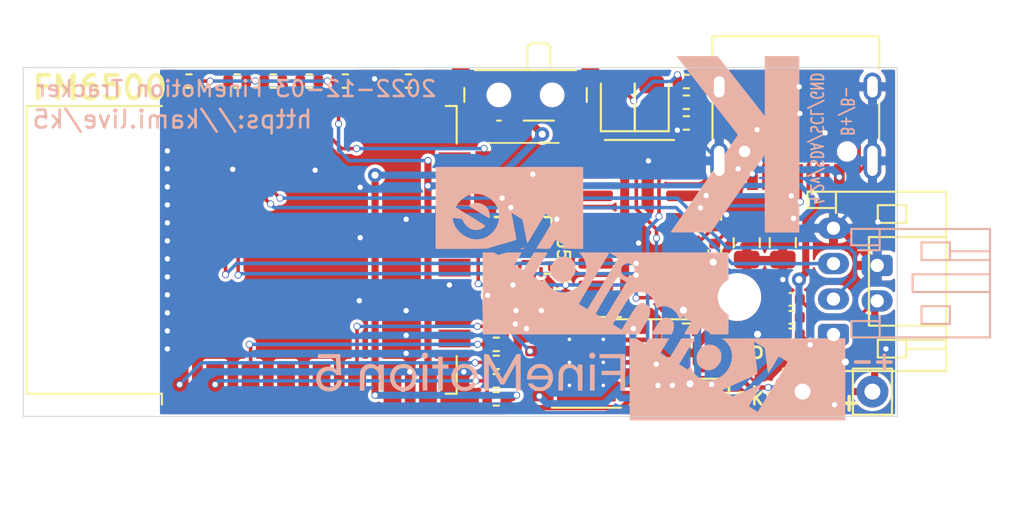
<source format=kicad_pcb>
(kicad_pcb (version 20211014) (generator pcbnew)
  (layers (0 "F.Cu" signal) (31 "B.Cu" signal) (34 "B.Paste" user) (35 "F.Paste" user) (36 "B.SilkS" user "B.Silkscreen") (37 "F.SilkS" user "F.Silkscreen") (38 "B.Mask" user) (39 "F.Mask" user) (44 "Edge.Cuts" user))
  (net 0 "")
  (net 1 "GND")
  (net 2 "Net-(D1-Pad1)")
  (net 3 "Net-(D1-Pad2)")
  (net 4 "Net-(D2-Pad1)")
  (net 5 "Net-(R2-Pad2)")
  (net 6 "Net-(D2-Pad2)")
  (net 7 "Net-(R4-Pad1)")
  (net 12 "+3V3")
  (net 13 "Net-(R8-Pad2)")
  (net 15 "BATT+")
  (net 16 "Net-(R9-Pad2)")
  (net 17 "Net-(R10-Pad2)")
  (net 18 "Net-(R15-Pad1)")
  (net 19 "Net-(C7-Pad1)")
  (net 20 "UART_ESP+")
  (net 21 "UART_ESP-")
  (net 22 "Net-(R17-Pad2)")
  (net 32 "SDA")
  (net 33 "SCL")
  (net 34 "ADC")
  (net 35 "AUX_SDA")
  (net 36 "AUX_SCL")
  (net 37 "VBUS")
  (net 38 "Net-(P1-PadA5)")
  (net 39 "Net-(P1-PadA7)")
  (net 41 "Net-(P1-PadA6)")
  (net 46 "Net-(C14-Pad1)")
  (net 47 "VBAT")
  (footprint "LED_SMD:LED_0805_2012Metric" (layer "F.Cu") (at 124.333 57.658 90)
    (fp_text reference "D2")
    (fp_text value "LED_STDBY")
  )
  (footprint "Button_Switch_SMD:SW_SPDT_PCM12" (layer "F.Cu") (at 119.126 57.625 180)
    (fp_text reference "SW3")
    (fp_text value "SW_SPDT MAIN POWER")
  )
  (footprint "LED_SMD:LED_0805_2012Metric" (layer "F.Cu") (at 126.238 57.658 90)
    (fp_text reference "D1")
    (fp_text value "LED_CHRG")
  )
  (footprint "Resistor_SMD:R_0402_1005Metric" (layer "F.Cu") (at 128.1938 56.5404 180)
    (fp_text reference "R1")
    (fp_text value "470R")
  )
  (footprint "Resistor_SMD:R_0402_1005Metric" (layer "F.Cu") (at 128.1918 57.7088 180)
    (fp_text reference "R6")
    (fp_text value "470R")
  )
  (footprint "Resistor_SMD:R_0402_1005Metric" (layer "F.Cu") (at 117.475 72.39 180)
    (fp_text reference "R8")
    (fp_text value "10K")
  )
  (footprint "Resistor_SMD:R_0402_1005Metric" (layer "F.Cu") (at 106.934 56.515 180)
    (fp_text reference "R9")
    (fp_text value "10K")
  )
  (footprint "Resistor_SMD:R_0402_1005Metric" (layer "F.Cu") (at 108.966 56.515)
    (fp_text reference "R10")
    (fp_text value "10K")
  )
  (footprint "Resistor_SMD:R_0402_1005Metric" (layer "F.Cu") (at 117.473 74.4474 180)
    (fp_text reference "R13")
    (fp_text value "47K")
  )
  (footprint "Resistor_SMD:R_0402_1005Metric" (layer "F.Cu") (at 117.473 73.4314 180)
    (fp_text reference "R14")
    (fp_text value "12K")
  )
  (footprint "Resistor_SMD:R_0402_1005Metric" (layer "F.Cu") (at 112.522 56.515)
    (fp_text reference "R15")
    (fp_text value "10k")
  )
  (footprint "Resistor_SMD:R_0402_1005Metric" (layer "F.Cu") (at 117.475 70.358 180)
    (fp_text reference "R17")
    (fp_text value "10K")
  )
  (footprint "Package_SO:SOIC-16_3.9x9.9mm_P1.27mm" (layer "F.Cu") (at 125.5522 64.897 180)
    (fp_text reference "U7")
    (fp_text value "CH340C")
  )
  (footprint "Connector_JST:JST_PH_S4B-PH-K_1x04_P2.00mm_Horizontal" (layer "F.Cu") (at 136.488 70.818 90)
    (fp_text reference "J2")
    (fp_text value "Conn_01x04_Female")
  )
  (footprint "Connector_USB:USB_C_Receptacle_HRO_TYPE-C-31-M-12" (layer "F.Cu") (at 134.366 57.8866 180)
    (fp_text reference "P1")
    (fp_text value "USB_C_Plug_USB2.0")
  )
  (footprint "Resistor_SMD:R_0402_1005Metric" (layer "F.Cu") (at 128.1938 58.8772 180)
    (fp_text reference "R19")
    (fp_text value "5.1K")
  )
  (footprint "Resistor_SMD:R_0402_1005Metric" (layer "F.Cu") (at 102.87 56.515 180)
    (fp_text reference "R12")
    (fp_text value "2.2K")
  )
  (footprint "Package_SO:HSOP-8-1EP_3.9x4.9mm_P1.27mm_EP2.41x3.1mm_ThermalVias" (layer "F.Cu") (at 122.555 72.39)
    (fp_text reference "U2")
    (fp_text value "TP4056")
  )
  (footprint "Resistor_SMD:R_0402_1005Metric" (layer "F.Cu") (at 100.1502 56.515 180)
    (fp_text reference "R5")
    (fp_text value "10K")
  )
  (footprint "RF_Module:ESP-12E" (layer "F.Cu") (at 103.124 66.04 90)
    (fp_text reference "U6")
    (fp_text value "ESP-12F")
  )
  (footprint "Resistor_SMD:R_0402_1005Metric" (layer "F.Cu") (at 104.902 56.515)
    (fp_text reference "R11")
    (fp_text value "2.2K")
  )
  (footprint "Capacitor_SMD:C_0805_2012Metric" (layer "F.Cu") (at 131.5974 65.6336 -90)
    (fp_text reference "C19")
    (fp_text value "47uF")
  )
  (footprint "Capacitor_SMD:C_0805_2012Metric" (layer "F.Cu") (at 133.6294 65.6336 -90)
    (fp_text reference "C20")
    (fp_text value "47uF")
  )
  (footprint "Capacitor_SMD:C_0402_1005Metric" (layer "F.Cu") (at 129.794 66.167 90)
    (fp_text reference "C21")
    (fp_text value "0.1uF")
  )
  (footprint "Capacitor_SMD:C_0402_1005Metric" (layer "F.Cu") (at 120.904 68.58)
    (fp_text reference "C2")
    (fp_text value "0.1uF")
  )
  (footprint "MountingHole:MountingHole_2.2mm_M2_DIN965" (layer "F.Cu") (at 131.064 68.707)
    (fp_text reference "REF**")
    (fp_text value "MountingHole_2.2mm_M2_DIN965")
  )
  (footprint "Capacitor_SMD:C_0402_1005Metric" (layer "F.Cu") (at 134.112 69.85 180)
    (fp_text reference "C13")
    (fp_text value "10uF")
  )
  (footprint "Capacitor_SMD:C_0402_1005Metric" (layer "F.Cu") (at 119.253 68.961 -90)
    (fp_text reference "C7")
    (fp_text value "0.1uF")
  )
  (footprint "Package_TO_SOT_SMD:SOT-23-5" (layer "F.Cu") (at 128.778 71.755 180)
    (fp_text reference "U1")
    (fp_text value "ME6211C")
  )
  (footprint "Sensor_Motion:InvenSense_QFN-24_3x3mm_P0.4mm" (layer "F.Cu") (at 118.999 65.786)
    (fp_text reference "U9")
    (fp_text value "MPU-9250")
  )
  (footprint "Capacitor_SMD:C_0402_1005Metric" (layer "F.Cu") (at 120.904 69.469)
    (fp_text reference "C15")
    (fp_text value "0.1uF")
  )
  (footprint "Resistor_SMD:R_0402_1005Metric" (layer "F.Cu") (at 117.475 69.342)
    (fp_text reference "R4")
    (fp_text value "2.4K")
  )
  (footprint "Resistor_SMD:R_0402_1005Metric" (layer "F.Cu") (at 117.475 71.374 180)
    (fp_text reference "R2")
    (fp_text value "10K")
  )
  (footprint "Capacitor_SMD:C_0402_1005Metric" (layer "F.Cu") (at 129.794 64.234 90)
    (fp_text reference "C14")
    (fp_text value "0.1uF")
  )
  (footprint "Capacitor_SMD:C_0402_1005Metric" (layer "F.Cu") (at 134.112 70.8406 180)
    (fp_text reference "C1")
    (fp_text value "10uF")
  )
  (footprint "Capacitor_SMD:C_0402_1005Metric" (layer "F.Cu") (at 134.112 68.834 180)
    (fp_text reference "C10")
    (fp_text value "10uF")
  )
  (footprint "Capacitor_SMD:C_0402_1005Metric" (layer "F.Cu") (at 131.81 72.77)
    (fp_text reference "C5")
    (fp_text value "10uF")
  )
  (footprint "Connector_Pin:Pin_D0.9mm_L10.0mm_W2.4mm_FlatFork" (layer "F.Cu") (at 134.747 74.041 90)
    (fp_text reference "TP2")
    (fp_text value "Batt-")
  )
  (footprint "Connector_Pin:Pin_D0.9mm_L10.0mm_W2.4mm_FlatFork" (layer "F.Cu") (at 138.684 74.041 -90)
    (fp_text reference "TP1")
    (fp_text value "Batt+")
  )
  (footprint "mod_legacy:TS-1088R" (layer "F.Cu") (at 119.0498 61.468)
    (fp_text reference "SW1")
    (fp_text value "Option/FLASH Switch" hide)
  )
  (footprint "Connector_JST:JST_PH_S2B-PH-K_1x02_P2.00mm_Horizontal" (layer "B.Cu") (at 138.9518 66.9196 -90)
    (fp_text reference "J1")
    (fp_text value "Conn_01x02_Female")
  )
  (footprint "kamilib:FineMotion_18mm" (layer "B.Cu") (at 116.078 72.898 180)
    (fp_text reference "G***")
    (fp_text value "LOGO" hide)
  )
  (footprint "kamilib:kamilake_1100dpi" (layer "B.Cu") (at 125.603001 65.056328 180)
    (fp_text reference "G***" hide)
    (fp_text value "LOGO" hide)
  )
  (gr_line (start 90.805 55.753) (end 140.081 55.753) (layer "Edge.Cuts") (width 0.05))
  (gr_line (start 140.081 55.753) (end 140.081 75.438) (layer "Edge.Cuts") (width 0.05))
  (gr_line (start 140.081 75.438) (end 90.805 75.438) (layer "Edge.Cuts") (width 0.05))
  (gr_line (start 90.805 75.438) (end 90.805 55.753) (layer "Edge.Cuts") (width 0.05))
  (gr_text "https://kami.live/k5" (at 99.2124 58.674) (layer "B.SilkS") (effects (font (size 1 1)) (justify mirror)))
  (gr_text "4.2v/SDA/SCL/GND" (at 135.5344 59.7662 270) (layer "B.SilkS") (effects (font (size 0.7 0.5) (thickness 0.1)) (justify mirror)))
  (gr_text "B+/B-" (at 137.2616 58.2168 270) (layer "B.SilkS") (effects (font (size 0.7 0.5) (thickness 0.1)) (justify mirror)))
  (gr_text "2022-12-03 FineMotion Tracker" (at 102.8192 56.9468) (layer "B.SilkS") (effects (font (size 0.9 0.9) (thickness 0.14)) (justify mirror)))
  (gr_text "-+" (at 138.7348 72.4408 180) (layer "B.SilkS") (effects (font (size 1 1) (thickness 0.2)) (justify mirror)))
  (gr_text "v5b" (at 132.207 71.6788) (layer "F.SilkS") (effects (font (size 1 1))))
  (gr_text "-+" (at 136.7536 74.6252) (layer "F.SilkS") (effects (font (size 1 1) (thickness 0.2))))
  (gr_text "Kamilake" (at 130.048 74.295) (layer "F.SilkS") (effects (font (size 1 1))))
  (gr_text "FM6500" (at 95.123 56.896) (layer "F.SilkS") (effects (font (size 1.3 1.3) (thickness 0.25))))
  (gr_text "MPU6500" (at 121.2596 65.532 270) (layer "F.SilkS") (effects (font (size 0.7 0.7) (thickness 0.12))))
  (segment (start 127.6838 58.8772) (end 127.6838 59.2816) (width 0.5) (layer "F.Cu") (net 1))
  (segment (start 120.499 64.3142) (end 120.8857 64.3142) (width 0.2) (layer "F.Cu") (net 1))
  (segment (start 129.794 65.687) (end 130.42048 65.06052) (width 0.2) (layer "F.Cu") (net 1))
  (segment (start 120.499 64.3142) (end 120.499 64.016705) (width 0.2) (layer "F.Cu") (net 1))
  (segment (start 130.201 61.0166) (end 130.8328 61.6484) (width 0.2) (layer "F.Cu") (net 1))
  (segment (start 113.624 58.44) (end 113.624 57.107) (width 0.2) (layer "F.Cu") (net 1))
  (segment (start 120.1166 61.468) (end 119.8372 61.468) (width 0.2) (layer "F.Cu") (net 1))
  (segment (start 120.424 68.58) (end 120.424 69.469) (width 0.5) (layer "F.Cu") (net 1))
  (segment (start 130.683 63.752) (end 130.5072 63.752) (width 0.2) (layer "F.Cu") (net 1))
  (segment (start 131.116 61.9316) (end 129.794 63.2536) (width 0.2) (layer "F.Cu") (net 1))
  (segment (start 112.395 69.469) (end 112.395 70.866) (width 0.4) (layer "F.Cu") (net 1))
  (segment (start 137.930521 60.207203) (end 137.159318 59.436) (width 0.2) (layer "F.Cu") (net 1))
  (segment (start 129.9155 71.755) (end 131.257 71.755) (width 0.5) (layer "F.Cu") (net 1))
  (segment (start 130.683 63.752) (end 130.683 62.3646) (width 0.2) (layer "F.Cu") (net 1))
  (segment (start 133.5278 70.9448) (end 133.632 70.8406) (width 0.4) (layer "F.Cu") (net 1))
  (segment (start 136.8502 64.818) (end 138.9518 66.9196) (width 0.4) (layer "F.Cu") (net 1))
  (segment (start 137.616 61.9316) (end 137.930521 61.617079) (width 0.2) (layer "F.Cu") (net 1))
  (segment (start 119.004225 66.71148) (end 119.393775 66.71148) (width 0.2) (layer "F.Cu") (net 1))
  (segment (start 130.046 56.8366) (end 134.5524 56.8366) (width 0.2) (layer "F.Cu") (net 1))
  (segment (start 112.5982 72.0852) (end 112.395 71.882) (width 0.2) (layer "F.Cu") (net 1))
  (segment (start 134.5524 56.8366) (end 138.686 56.8366) (width 0.2) (layer "F.Cu") (net 1))
  (segment (start 131.451 71.561) (end 132.207 70.805) (width 0.5) (layer "F.Cu") (net 1))
  (segment (start 118.799 66.916705) (end 119.004225 66.71148) (width 0.2) (layer "F.Cu") (net 1))
  (segment (start 112.395 62.485) (end 112.395 64.3128) (width 0.4) (layer "F.Cu") (net 1))
  (segment (start 119.253 69.833) (end 119.905 70.485) (width 0.4) (layer "F.Cu") (net 1))
  (segment (start 119.599 67.286) (end 119.599 67.755) (width 0.2) (layer "F.Cu") (net 1))
  (segment (start 119.589859 73.025) (end 118.78048 72.215621) (width 0.25) (layer "F.Cu") (net 1))
  (segment (start 119.8372 61.468) (end 119.5324 61.7728) (width 0.2) (layer "F.Cu") (net 1))
  (segment (start 132.29 72.4) (end 131.451 71.561) (width 0.4) (layer "F.Cu") (net 1))
  (segment (start 112.395 70.866) (end 112.395 71.882) (width 0.4) (layer "F.Cu") (net 1))
  (segment (start 119.599 67.755) (end 120.424 68.58) (width 0.2) (layer "F.Cu") (net 1))
  (segment (start 127.6838 59.2816) (end 127.6858 59.2836) (width 0.5) (layer "F.Cu") (net 1))
  (segment (start 136.488 64.818) (end 136.8502 64.818) (width 0.4) (layer "F.Cu") (net 1))
  (segment (start 119.1768 70.485) (end 119.905 70.485) (width 0.25) (layer "F.Cu") (net 1))
  (segment (start 133.5278 72.0344) (end 133.0256 72.0344) (width 0.4) (layer "F.Cu") (net 1))
  (segment (start 119.892 61.468) (end 120.1166 61.468) (width 0.2) (layer "F.Cu") (net 1))
  (segment (start 118.799 67.286) (end 118.799 66.916705) (width 0.2) (layer "F.Cu") (net 1))
  (segment (start 131.257 71.755) (end 131.451 71.561) (width 0.5) (layer "F.Cu") (net 1))
  (segment (start 130.5072 64.006) (end 130.4544 64.0588) (width 0.25) (layer "F.Cu") (net 1))
  (segment (start 138.531 61.0166) (end 137.616 61.9316) (width 0.2) (layer "F.Cu") (net 1))
  (segment (start 130.046 61.0166) (end 130.201 61.0166) (width 0.2) (layer "F.Cu") (net 1))
  (segment (start 128.7171 70.1294) (end 128.0272 69.4395) (width 0.25) (layer "F.Cu") (net 1))
  (segment (start 136.7 64.818) (end 138.811 66.929) (width 0.2) (layer "F.Cu") (net 1))
  (segment (start 136.8298 72.0344) (end 133.5278 72.0344) (width 0.4) (layer "F.Cu") (net 1))
  (segment (start 119.1514 70.485) (end 119.1768 70.485) (width 0.25) (layer "F.Cu") (net 1))
  (segment (start 137.616 61.9316) (end 137.59448 61.95312) (width 0.4) (layer "F.Cu") (net 1))
  (segment (start 132.207 70.805) (end 131.249072 70.805) (width 0.25) (layer "F.Cu") (net 1))
  (segment (start 119.393775 66.71148) (end 119.599 66.916705) (width 0.2) (layer "F.Cu") (net 1))
  (segment (start 130.5072 63.752) (end 130.5072 64.006) (width 0.25) (layer "F.Cu") (net 1))
  (segment (start 130.573472 70.1294) (end 128.7171 70.1294) (width 0.25) (layer "F.Cu") (net 1))
  (segment (start 112.5982 72.9234) (end 112.5982 72.0852) (width 0.2) (layer "F.Cu") (net 1))
  (segment (start 112.395 64.3128) (end 112.395 69.469) (width 0.4) (layer "F.Cu") (net 1))
  (segment (start 119.599 66.916705) (end 119.599 67.286) (width 0.2) (layer "F.Cu") (net 1))
  (segment (start 120.015 69.469) (end 120.424 69.469) (width 0.5) (layer "F.Cu") (net 1))
  (segment (start 130.42048 65.06052) (end 130.42048 64.38048) (width 0.2) (layer "F.Cu") (net 1))
  (segment (start 113.624 58.44) (end 113.624 59.19) (width 0.4) (layer "F.Cu") (net 1))
  (segment (start 137.159318 59.436) (end 136.017 59.436) (width 0.2) (layer "F.Cu") (net 1))
  (segment (start 120.499 64.786) (end 120.499 64.3142) (width 0.2) (layer "F.Cu") (net 1))
  (segment (start 137.16 72.3646) (end 136.8298 72.0344) (width 0.4) (layer "F.Cu") (net 1))
  (segment (start 119.905 70.485) (end 120.995 70.485) (width 0.4) (layer "F.Cu") (net 1))
  (segment (start 133.5278 72.0344) (end 133.5278 70.9448) (width 0.4) (layer "F.Cu") (net 1))
  (segment (start 119.4986 73.4314) (end 119.905 73.025) (width 0.2) (layer "F.Cu") (net 1))
  (segment (start 117.983 73.4314) (end 119.4986 73.4314) (width 0.2) (layer "F.Cu") (net 1))
  (segment (start 133.0256 72.0344) (end 132.29 72.77) (width 0.4) (layer "F.Cu") (net 1))
  (segment (start 113.624 59.19) (end 112.395 60.419) (width 0.4) (layer "F.Cu") (net 1))
  (segment (start 130.683 62.3646) (end 131.116 61.9316) (width 0.2) (layer "F.Cu") (net 1))
  (segment (start 136.488 64.818) (end 136.7 64.818) (width 0.2) (layer "F.Cu") (net 1))
  (segment (start 130.5072 63.752) (end 129.796 63.752) (width 0.2) (layer "F.Cu") (net 1))
  (segment (start 130.8328 61.6484) (end 131.116 61.9316) (width 0.2) (layer "F.Cu") (net 1))
  (segment (start 119.905 69.988) (end 120.424 69.469) (width 0.4) (layer "F.Cu") (net 1))
  (segment (start 133.632 70.8406) (end 133.632 67.7138) (width 0.4) (layer "F.Cu") (net 1))
  (segment (start 112.395 60.419) (end 112.395 62.485) (width 0.4) (layer "F.Cu") (net 1))
  (segment (start 120.1166 61.468) (end 121.2748 61.468) (width 0.2) (layer "F.Cu") (net 1))
  (segment (start 120.499 64.016705) (end 120.193775 63.71148) (width 0.2) (layer "F.Cu") (net 1))
  (segment (start 119.253 69.441) (end 119.253 69.833) (width 0.4) (layer "F.Cu") (net 1))
  (segment (start 113.624 57.107) (end 113.032 56.515) (width 0.2) (layer "F.Cu") (net 1))
  (segment (start 120.193775 63.71148) (end 119.80352 63.71148) (width 0.2) (layer "F.Cu") (net 1))
  (segment (start 119.599 63.916) (end 119.599 64.286) (width 0.2) (layer "F.Cu") (net 1))
  (segment (start 119.905 70.485) (end 119.905 69.988) (width 0.4) (layer "F.Cu") (net 1))
  (segment (start 119.154 69.342) (end 119.253 69.441) (width 0.4) (layer "F.Cu") (net 1))
  (segment (start 129.796 63.752) (end 129.794 63.754) (width 0.2) (layer "F.Cu") (net 1))
  (segment (start 117.985 69.342) (end 119.154 69.342) (width 0.4) (layer "F.Cu") (net 1))
  (segment (start 133.632 68.834) (end 133.632 66.51) (width 0.2) (layer "F.Cu") (net 1))
  (segment (start 129.794 63.2536) (end 129.794 63.754) (width 0.2) (layer "F.Cu") (net 1))
  (segment (start 131.249072 70.805) (end 130.573472 70.1294) (width 0.25) (layer "F.Cu") (net 1))
  (segment (start 129.794 63.754) (end 129.80093 63.754) (width 0.25) (layer "F.Cu") (net 1))
  (segment (start 137.930521 61.617079) (end 137.930521 60.207203) (width 0.2) (layer "F.Cu") (net 1))
  (segment (start 118.78048 70.85592) (end 119.1514 70.485) (width 0.25) (layer "F.Cu") (net 1))
  (segment (start 133.632 67.818) (end 133.632 68.834) (width 0.2) (layer "F.Cu") (net 1))
  (segment (start 129.80093 63.754) (end 130.423945 64.377015) (width 0.25) (layer "F.Cu") (net 1))
  (segment (start 133.632 68.834) (end 133.632 70.8406) (width 0.2) (layer "F.Cu") (net 1))
  (segment (start 118.78048 72.215621) (end 118.78048 70.85592) (width 0.25) (layer "F.Cu") (net 1))
  (segment (start 120.8857 64.3142) (end 120.8871 64.3128) (width 0.2) (layer "F.Cu") (net 1))
  (segment (start 138.686 61.0166) (end 138.531 61.0166) (width 0.2) (layer "F.Cu") (net 1))
  (segment (start 119.905 73.025) (end 119.589859 73.025) (width 0.25) (layer "F.Cu") (net 1))
  (segment (start 119.80352 63.71148) (end 119.599 63.916) (width 0.2) (layer "F.Cu") (net 1))
  (segment (start 120.995 70.485) (end 121.6 71.09) (width 0.4) (layer "F.Cu") (net 1))
  (segment (start 130.42048 64.38048) (end 129.794 63.754) (width 0.2) (layer "F.Cu") (net 1))
  (segment (start 133.477 66.5836) (end 131.445 66.5836) (width 0.4) (layer "F.Cu") (net 1))
  (segment (start 132.29 72.77) (end 132.29 72.4) (width 0.4) (layer "F.Cu") (net 1))
  (segment (start 133.632 67.7138) (end 133.632 66.51) (width 0.4) (layer "F.Cu") (net 1))
  (segment (start 138.686 56.8366) (end 138.686 61.0166) (width 0.2) (layer "F.Cu") (net 1))
  (via (at 98.933 67.564) (size 0.4) (drill 0.3) (layers "F.Cu" "B.Cu") (net 1))
  (via (at 112.395 71.882) (size 0.4) (drill 0.3) (layers "F.Cu" "B.Cu") (net 1))
  (via (at 98.933 68.58) (size 0.4) (drill 0.3) (layers "F.Cu" "B.Cu") (net 1))
  (via (at 98.933 63.5) (size 0.4) (drill 0.3) (layers "F.Cu" "B.Cu") (net 1))
  (via (at 125.5014 65.659) (size 0.4) (drill 0.3) (layers "F.Cu" "B.Cu") (net 1))
  (via (at 107.2642 61.5442) (size 0.4) (drill 0.3) (layers "F.Cu" "B.Cu") (net 1))
  (via (at 136.017 59.436) (size 0.4) (drill 0.3) (layers "F.Cu" "B.Cu") (net 1))
  (via (at 98.933 70.612) (size 0.4) (drill 0.3) (layers "F.Cu" "B.Cu") (net 1))
  (via (at 127.4064 73.6854) (size 0.4) (drill 0.3) (layers "F.Cu" "B.Cu") (net 1))
  (via (at 109.8042 62.5094) (size 0.4) (drill 0.3) (layers "F.Cu" "B.Cu") (net 1))
  (via (at 114.8334 68.0212) (size 0.4) (drill 0.3) (layers "F.Cu" "B.Cu") (net 1))
  (via (at 138.9888 64.4652) (size 0.4) (drill 0.3) (layers "F.Cu" "B.Cu") (net 1))
  (via (at 137.16 72.3646) (size 0.8) (drill 0.4) (layers "F.Cu" "B.Cu") (net 1))
  (via (at 115.6462 72.9234) (size 0.4) (drill 0.3) (layers "F.Cu" "B.Cu") (net 1))
  (via (at 98.933 62.484) (size 0.4) (drill 0.3) (layers "F.Cu" "B.Cu") (net 1))
  (via (at 139.446 71.628) (size 0.4) (drill 0.3) (layers "F.Cu" "B.Cu") (net 1))
  (via (at 112.395 64.3128) (size 0.4) (drill 0.3) (layers "F.Cu" "B.Cu") (net 1))
  (via (at 112.395 70.866) (size 0.4) (drill 0.3) (layers "F.Cu" "B.Cu") (net 1))
  (via (at 109.8042 65.3542) (size 0.4) (drill 0.3) (layers "F.Cu" "B.Cu") (net 1))
  (via (at 98.933 71.628) (size 0.4) (drill 0.3) (layers "F.Cu" "B.Cu") (net 1))
  (via (at 120.015 69.469) (size 0.4) (drill 0.3) (layers "F.Cu" "B.Cu") (net 1))
  (via (at 119.1768 70.485) (size 0.4) (drill 0.3) (layers "F.Cu" "B.Cu") (net 1))
  (via (at 98.933 64.516) (size 0.4) (drill 0.3) (layers "F.Cu" "B.Cu") (net 1))
  (via (at 98.933 65.532) (size 0.4) (drill 0.3) (layers "F.Cu" "B.Cu") (net 1))
  (via (at 109.7534 68.9102) (size 0.4) (drill 0.3) (layers "F.Cu" "B.Cu") (net 1))
  (via (at 118.5926 69.469) (size 0.4) (drill 0.3) (layers "F.Cu" "B.Cu") (net 1))
  (via (at 130.4544 64.0588) (size 0.4) (drill 0.3) (layers "F.Cu" "B.Cu") (net 1))
  (via (at 128.0272 69.4395) (size 0.8) (drill 0.4) (layers "F.Cu" "B.Cu") (net 1))
  (via (at 127.6858 59.2836) (size 0.4) (drill 0.3) (layers "F.Cu" "B.Cu") (net 1))
  (via (at 129.6162 73.6346) (size 0.4) (drill 0.3) (layers "F.Cu" "B.Cu") (net 1))
  (via (at 136.5504 74.7776) (size 0.4) (drill 0.3) (layers "F.Cu" "B.Cu") (net 1))
  (via (at 132.207 70.805) (size 0.8) (drill 0.4) (layers "F.Cu" "B.Cu") (net 1))
  (via (at 112.5982 72.9234) (size 0.4) (drill 0.3) (layers "F.Cu" "B.Cu") (net 1))
  (via (at 112.395 69.469) (size 0.4) (drill 0.3) (layers "F.Cu" "B.Cu") (net 1))
  (via (at 98.933 61.468) (size 0.4) (drill 0.3) (layers "F.Cu" "B.Cu") (net 1))
  (via (at 133.632 67.7138) (size 0.4) (drill 0.3) (layers "F.Cu" "B.Cu") (net 1))
  (via (at 120.8871 64.3128) (size 0.4) (drill 0.3) (layers "F.Cu" "B.Cu") (net 1))
  (via (at 126.0544 61.0166) (size 0.4) (drill 0.3) (layers "F.Cu" "B.Cu") (net 1))
  (via (at 102.616 61.4934) (size 0.4) (drill 0.3) (layers "F.Cu" "B.Cu") (net 1))
  (via (at 98.933 66.548) (size 0.4) (drill 0.3) (layers "F.Cu" "B.Cu") (net 1))
  (via (at 119.5324 61.7728) (size 0.4) (drill 0.3) (layers "F.Cu" "B.Cu") (net 1))
  (via (at 98.933 60.452) (size 0.4) (drill 0.3) (layers "F.Cu" "B.Cu") (net 1))
  (via (at 98.933 69.596) (size 0.4) (drill 0.3) (layers "F.Cu" "B.Cu") (net 1))
  (via (at 134.5946 58.3438) (size 0.4) (drill 0.3) (layers "F.Cu" "B.Cu") (net 1))
  (via (at 131.1148 61.468) (size 0.4) (drill 0.3) (layers "F.Cu" "B.Cu") (net 1))
  (via (at 134.5524 56.8366) (size 0.4) (drill 0.3) (layers "F.Cu" "B.Cu") (net 1))
  (via (at 110.617 56.388) (size 0.4) (drill 0.3) (layers "F.Cu" "B.Cu") (net 1))
  (segment (start 120.015 69.469) (end 118.5926 69.469) (width 0.2) (layer "B.Cu") (net 1))
  (segment (start 130.4544 64.0588) (end 131.2136 64.818) (width 0.25) (layer "B.Cu") (net 1))
  (segment (start 98.933 71.628) (end 98.933 60.452) (width 0.3) (layer "B.Cu") (net 1))
  (segment (start 138.9518 66.9196) (end 138.9518 67.131338) (width 0.5) (layer "B.Cu") (net 1))
  (segment (start 130.046 61.0166) (end 126.0544 61.0166) (width 0.2) (layer "B.Cu") (net 1))
  (segment (start 128.1295 69.4395) (end 128.0272 69.4395) (width 0.5) (layer "B.Cu") (net 1))
  (segment (start 134.747 74.041) (end 135.4836 74.041) (width 0.4) (layer "B.Cu") (net 1))
  (segment (start 120.2886 61.0166) (end 119.5324 61.7728) (width 0.2) (layer "B.Cu") (net 1))
  (segment (start 138.9518 67.131338) (end 137.839569 68.243569) (width 0.5) (layer "B.Cu") (net 1))
  (segment (start 128.313 59.2836) (end 127.6858 59.2836) (width 0.2) (layer "B.Cu") (net 1))
  (segment (start 138.9518 67.2708) (end 137.68752 68.53508) (width 0.25) (layer "B.Cu") (net 1))
  (segment (start 120.8871 64.3128) (end 112.395 64.3128) (width 0.2) (layer "B.Cu") (net 1))
  (segment (start 137.68752 68.53508) (end 137.68752 71.83708) (width 0.25) (layer "B.Cu") (net 1))
  (segment (start 138.9518 66.9196) (end 138.9518 67.2708) (width 0.25) (layer "B.Cu") (net 1))
  (segment (start 130.046 61.0166) (end 128.313 59.2836) (width 0.2) (layer "B.Cu") (net 1))
  (segment (start 130.046 61.0166) (end 130.046 56.8366) (width 0.25) (layer "B.Cu") (net 1))
  (segment (start 126.0544 61.0166) (end 120.2886 61.0166) (width 0.2) (layer "B.Cu") (net 1))
  (segment (start 135.4836 74.041) (end 137.16 72.3646) (width 0.4) (layer "B.Cu") (net 1))
  (segment (start 131.2136 64.818) (end 136.488 64.818) (width 0.25) (layer "B.Cu") (net 1))
  (segment (start 137.68752 71.83708) (end 137.16 72.3646) (width 0.25) (layer "B.Cu") (net 1))
  (segment (start 138.686 61.0166) (end 138.686 62.62) (width 0.2) (layer "B.Cu") (net 1))
  (segment (start 138.686 62.62) (end 136.488 64.818) (width 0.2) (layer "B.Cu") (net 1))
  (segment (start 125.7554 71.755) (end 126.492 72.4916) (width 0.2) (layer "F.Cu") (net 2))
  (segment (start 126.5998 58.5955) (end 126.7714 58.7671) (width 0.2) (layer "F.Cu") (net 2))
  (segment (start 125.205 71.755) (end 125.7554 71.755) (width 0.2) (layer "F.Cu") (net 2))
  (segment (start 126.6527 64.1519) (end 126.6527 58.8858) (width 0.2) (layer "F.Cu") (net 2))
  (segment (start 126.6527 58.8858) (end 126.7714 58.7671) (width 0.2) (layer "F.Cu") (net 2))
  (via (at 126.6527 64.1519) (size 0.4) (drill 0.3) (layers "F.Cu" "B.Cu") (net 2))
  (via (at 126.492 72.4916) (size 0.4) (drill 0.3) (layers "F.Cu" "B.Cu") (net 2))
  (segment (start 125.6792 71.6788) (end 126.0094 71.3486) (width 0.2) (layer "B.Cu") (net 2))
  (segment (start 126.6527 64.2283) (end 126.6527 64.1519) (width 0.2) (layer "B.Cu") (net 2))
  (segment (start 126.0094 64.8716) (end 126.6527 64.2283) (width 0.2) (layer "B.Cu") (net 2))
  (segment (start 126.0094 71.3486) (end 126.0094 64.8716) (width 0.2) (layer "B.Cu") (net 2))
  (segment (start 126.492 72.4916) (end 125.6792 71.6788) (width 0.2) (layer "B.Cu") (net 2))
  (segment (start 127.6818 57.7088) (end 127.1501 57.7088) (width 0.2) (layer "F.Cu") (net 3))
  (segment (start 127.1501 57.7088) (end 126.1618 56.7205) (width 0.2) (layer "F.Cu") (net 3))
  (segment (start 126.5089 64.88) (end 126.5089 65.3796) (width 0.2) (layer "F.Cu") (net 4))
  (segment (start 124.5355 58.5955) (end 125.37 59.43) (width 0.2) (layer "F.Cu") (net 4))
  (segment (start 125.37 59.43) (end 125.37 63.7411) (width 0.2) (layer "F.Cu") (net 4))
  (segment (start 125.9231 73.025) (end 126.5936 73.6955) (width 0.2) (layer "F.Cu") (net 4))
  (segment (start 125.205 73.025) (end 125.9231 73.025) (width 0.2) (layer "F.Cu") (net 4))
  (segment (start 124.333 58.5955) (end 124.5355 58.5955) (width 0.2) (layer "F.Cu") (net 4))
  (segment (start 125.37 63.7411) (end 126.5089 64.88) (width 0.2) (layer "F.Cu") (net 4))
  (via (at 126.5089 65.3796) (size 0.4) (drill 0.3) (layers "F.Cu" "B.Cu") (net 4))
  (via (at 126.5936 73.6955) (size 0.4) (drill 0.3) (layers "F.Cu" "B.Cu") (net 4))
  (segment (start 127.0508 72.1868) (end 126.40892 71.54492) (width 0.2) (layer "B.Cu") (net 4))
  (segment (start 126.5936 73.6955) (end 127.0508 73.2383) (width 0.2) (layer "B.Cu") (net 4))
  (segment (start 126.40892 71.54492) (end 126.5089 71.44494) (width 0.2) (layer "B.Cu") (net 4))
  (segment (start 127.0508 73.2383) (end 127.0508 72.1868) (width 0.2) (layer "B.Cu") (net 4))
  (segment (start 126.5089 71.44494) (end 126.5089 65.3796) (width 0.2) (layer "B.Cu") (net 4))
  (segment (start 103.624 73.64) (end 103.624 71.4422) (width 0.2) (layer "F.Cu") (net 5))
  (segment (start 116.965 71.374) (end 116.423502 71.374) (width 0.2) (layer "F.Cu") (net 5))
  (segment (start 103.624 71.4422) (end 103.5558 71.374) (width 0.2) (layer "F.Cu") (net 5))
  (via (at 103.5558 71.374) (size 0.4) (drill 0.3) (layers "F.Cu" "B.Cu") (net 5))
  (via (at 116.423502 71.374) (size 0.4) (drill 0.3) (layers "F.Cu" "B.Cu") (net 5))
  (segment (start 116.423502 71.374) (end 103.5558 71.374) (width 0.2) (layer "B.Cu") (net 5))
  (segment (start 125.22 57.62) (end 125.22 57.6075) (width 0.2) (layer "F.Cu") (net 6))
  (segment (start 125.22 57.6075) (end 124.333 56.7205) (width 0.2) (layer "F.Cu") (net 6))
  (via (at 125.22 57.62) (size 0.4) (drill 0.3) (layers "F.Cu" "B.Cu") (net 6))
  (via (at 127.691395 56.161395) (size 0.4) (drill 0.3) (layers "F.Cu" "B.Cu") (net 6))
  (segment (start 126.2996 56.5404) (end 125.22 57.62) (width 0.2) (layer "B.Cu") (net 6))
  (segment (start 127.3048 56.5404) (end 127.31239 56.5404) (width 0.2) (layer "B.Cu") (net 6))
  (segment (start 127.3048 56.5404) (end 126.2996 56.5404) (width 0.2) (layer "B.Cu") (net 6))
  (segment (start 127.31239 56.5404) (end 127.691395 56.161395) (width 0.2) (layer "B.Cu") (net 6))
  (segment (start 116.9924 68.6054) (end 116.9924 69.3146) (width 0.2) (layer "F.Cu") (net 7))
  (segment (start 119.905 71.755) (end 119.38 71.755) (width 0.2) (layer "F.Cu") (net 7))
  (segment (start 116.9924 69.3146) (end 116.965 69.342) (width 0.2) (layer "F.Cu") (net 7))
  (via (at 116.9924 68.6054) (size 0.4) (drill 0.3) (layers "F.Cu" "B.Cu") (net 7))
  (via (at 119.38 71.755) (size 0.4) (drill 0.3) (layers "F.Cu" "B.Cu") (net 7))
  (segment (start 119.38 71.755) (end 116.9924 69.3674) (width 0.2) (layer "B.Cu") (net 7))
  (segment (start 116.9924 69.3674) (end 116.9924 68.6054) (width 0.2) (layer "B.Cu") (net 7))
  (segment (start 118.799 64.286) (end 118.799 63.916705) (width 0.2) (layer "F.Cu") (net 12))
  (segment (start 129.794 66.647) (end 129.906996 66.647) (width 0.4) (layer "F.Cu") (net 12))
  (segment (start 101.346 56.515) (end 100.7872 56.515) (width 0.2) (layer "F.Cu") (net 12))
  (segment (start 129.906996 66.647) (end 130.47288 66.081116) (width 0.4) (layer "F.Cu") (net 12))
  (segment (start 113.7666 66.2178) (end 116.300822 66.2178) (width 0.2) (layer "F.Cu") (net 12))
  (segment (start 119.403745 63.31196) (end 121.22396 63.31196) (width 0.2) (layer "F.Cu") (net 12))
  (segment (start 133.477 64.6836) (end 131.445 64.6836) (width 0.4) (layer "F.Cu") (net 12))
  (segment (start 129.794 67.915917) (end 128.969917 68.74) (width 0.2) (layer "F.Cu") (net 12))
  (segment (start 129.794 66.647) (end 130.42048 66.02052) (width 0.2) (layer "F.Cu") (net 12))
  (segment (start 130.50352 65.77748) (end 130.50352 66.050476) (width 0.4) (layer "F.Cu") (net 12))
  (segment (start 131.445 65.046107) (end 130.922653 65.568453) (width 0.25) (layer "F.Cu") (net 12))
  (segment (start 130.50352 66.050476) (end 129.906996 66.647) (width 0.4) (layer "F.Cu") (net 12))
  (segment (start 121.3866 63.4746) (end 121.3866 68.0212) (width 0.2) (layer "F.Cu") (net 12))
  (segment (start 121.3866 68.0212) (end 121.3866 68.5774) (width 0.2) (layer "F.Cu") (net 12))
  (segment (start 121.22396 63.31196) (end 121.3866 63.4746) (width 0.2) (layer "F.Cu") (net 12))
  (segment (start 117.985 70.358) (end 117.985 72.39) (width 0.4) (layer "F.Cu") (net 12))
  (segment (start 131.4958 64.95213) (end 129.80093 66.647) (width 0.25) (layer "F.Cu") (net 12))
  (segment (start 131.445 64.7954) (end 131.445 64.455) (width 0.2) (layer "F.Cu") (net 12))
  (segment (start 121.3866 68.5774) (end 121.384 68.58) (width 0.2) (layer "F.Cu") (net 12))
  (segment (start 129.80093 66.647) (end 129.794 66.647) (width 0.25) (layer "F.Cu") (net 12))
  (segment (start 113.624 66.0752) (end 113.624 62.4234) (width 0.4) (layer "F.Cu") (net 12))
  (segment (start 103.886 56.515) (end 104.392 56.515) (width 0.2) (layer "F.Cu") (net 12))
  (segment (start 129.894907 66.647) (end 130.922653 65.619254) (width 0.25) (layer "F.Cu") (net 12))
  (segment (start 130.47288 66.081116) (end 130.47288 66.069026) (width 0.4) (layer "F.Cu") (net 12))
  (segment (start 100.7872 56.515) (end 100.6602 56.388) (width 0.2) (layer "F.Cu") (net 12))
  (segment (start 130.42048 65.81992) (end 131.445 64.7954) (width 0.2) (layer "F.Cu") (net 12))
  (segment (start 118.399 67.286) (end 118.399 68.0054) (width 0.2) (layer "F.Cu") (net 12))
  (segment (start 131.5974 64.6836) (end 130.50352 65.77748) (width 0.4) (layer "F.Cu") (net 12))
  (segment (start 128.969917 68.74) (end 125.3813 68.74) (width 0.2) (layer "F.Cu") (net 12))
  (segment (start 108.585 56.771) (end 108.585 58.928) (width 0.2) (layer "F.Cu") (net 12))
  (segment (start 129.794 66.647) (end 129.894907 66.647) (width 0.25) (layer "F.Cu") (net 12))
  (segment (start 131.4958 64.6836) (end 131.4958 64.95213) (width 0.25) (layer "F.Cu") (net 12))
  (segment (start 113.624 73.64) (end 113.624 66.0752) (width 0.4) (layer "F.Cu") (net 12))
  (segment (start 131.445 64.455) (end 133.477 64.455) (width 0.2) (layer "F.Cu") (net 12))
  (segment (start 118.799 63.916705) (end 119.403745 63.31196) (width 0.2) (layer "F.Cu") (net 12))
  (segment (start 116.459 66.375978) (end 116.459 67.945) (width 0.2) (layer "F.Cu") (net 12))
  (segment (start 107.444 56.515) (end 107.95 56.515) (width 0.2) (layer "F.Cu") (net 12))
  (segment (start 108.456 56.515) (end 107.95 56.515) (width 0.2) (layer "F.Cu") (net 12))
  (segment (start 127.6405 72.705) (end 127.6405 72.8406) (width 0.4) (layer "F.Cu") (net 12))
  (segment (start 131.445 64.6836) (end 131.445 65.046107) (width 0.25) (layer "F.Cu") (net 12))
  (segment (start 108.456 56.642) (end 108.585 56.771) (width 0.2) (layer "F.Cu") (net 12))
  (segment (start 117.985 70.358) (end 118.4148 70.358) (width 0.2) (layer "F.Cu") (net 12))
  (segment (start 103.507 56.515) (end 103.886 56.515) (width 0.2) (layer "F.Cu") (net 12))
  (segment (start 130.922653 65.619254) (end 130.922653 65.568453) (width 0.25) (layer "F.Cu") (net 12))
  (segment (start 118.4148 70.358) (end 118.5521 70.2207) (width 0.2) (layer "F.Cu") (net 12))
  (segment (start 120.499 66.786) (end 120.499 67.1336) (width 0.2) (layer "F.Cu") (net 12))
  (segment (start 113.7666 66.2178) (end 113.624 66.0752) (width 0.2) (layer "F.Cu") (net 12))
  (segment (start 120.499 67.1336) (end 121.3866 68.0212) (width 0.2) (layer "F.Cu") (net 12))
  (segment (start 129.794 66.647) (end 129.794 67.915917) (width 0.2) (layer "F.Cu") (net 12))
  (segment (start 130.47288 66.069026) (end 130.617853 65.924053) (width 0.4) (layer "F.Cu") (net 12))
  (segment (start 113.624 62.4234) (end 113.624 61.001) (width 0.4) (layer "F.Cu") (net 12))
  (segment (start 130.42048 66.02052) (end 130.42048 65.81992) (width 0.2) (layer "F.Cu") (net 12))
  (segment (start 125.3813 68.74) (end 125.3635 68.7578) (width 0.2) (layer "F.Cu") (net 12))
  (segment (start 127.6405 72.8406) (end 128.397 73.5971) (width 0.4) (layer "F.Cu") (net 12))
  (segment (start 116.300822 66.2178) (end 116.459 66.375978) (width 0.2) (layer "F.Cu") (net 12))
  (via (at 113.624 61.001) (size 0.4) (drill 0.3) (layers "F.Cu" "B.Cu") (net 12))
  (via (at 125.3635 68.7578) (size 0.4) (drill 0.3) (layers "F.Cu" "B.Cu") (net 12))
  (via (at 107.95 56.515) (size 0.4) (drill 0.3) (layers "F.Cu" "B.Cu") (net 12))
  (via (at 118.5521 70.2207) (size 0.4) (drill 0.3) (layers "F.Cu" "B.Cu") (net 12))
  (via (at 108.585 58.928) (size 0.4) (drill 0.3) (layers "F.Cu" "B.Cu") (net 12))
  (via (at 116.459 67.945) (size 0.4) (drill 0.3) (layers "F.Cu" "B.Cu") (net 12))
  (via (at 134.239 64.262) (size 0.4) (drill 0.3) (layers "F.Cu" "B.Cu") (net 12))
  (via (at 121.3866 68.0212) (size 0.4) (drill 0.3) (layers "F.Cu" "B.Cu") (net 12))
  (via (at 118.4148 68.0212) (size 0.4) (drill 0.3) (layers "F.Cu" "B.Cu") (net 12))
  (via (at 129.704478 66.736522) (size 0.8) (drill 0.4) (layers "F.Cu" "B.Cu") (net 12))
  (via (at 103.886 56.515) (size 0.4) (drill 0.3) (layers "F.Cu" "B.Cu") (net 12))
  (via (at 101.346 56.515) (size 0.4) (drill 0.3) (layers "F.Cu" "B.Cu") (net 12))
  (via (at 128.397 73.5971) (size 0.8) (drill 0.4) (layers "F.Cu" "B.Cu") (net 12))
  (via (at 113.624 62.4234) (size 0.4) (drill 0.3) (layers "F.Cu" "B.Cu") (net 12))
  (segment (start 128.826711 73.167389) (end 128.826711 67.614289) (width 0.4) (layer "B.Cu") (net 12))
  (segment (start 124.34832 62.42312) (end 130.54068 62.42312) (width 0.3) (layer "B.Cu") (net 12))
  (segment (start 135.3058 63.0936) (end 134.62 62.4078) (width 0.3) (layer "B.Cu") (net 12))
  (segment (start 116.5352 68.0212) (end 116.459 67.945) (width 0.2) (layer "B.Cu") (net 12))
  (segment (start 108.585 60.4012) (end 109.1848 61.001) (width 0.2) (layer "B.Cu") (net 12))
  (segment (start 117.9322 68.5038) (end 117.9322 69.6214) (width 0.2) (layer "B.Cu") (net 12))
  (segment (start 113.720089 62.519489) (end 113.816458 62.42312) (width 0.4) (layer "B.Cu") (net 12))
  (segment (start 134.239 64.262) (end 134.6708 64.262) (width 0.3) (layer "B.Cu") (net 12))
  (segment (start 135.3058 63.627) (end 135.3058 63.0936) (width 0.3) (layer "B.Cu") (net 12))
  (segment (start 108.585 58.928) (end 108.585 60.4012) (width 0.2) (layer "B.Cu") (net 12))
  (segment (start 134.6708 64.262) (end 135.3058 63.627) (width 0.3) (layer "B.Cu") (net 12))
  (segment (start 118.4148 68.0212) (end 121.3866 68.0212) (width 0.2) (layer "B.Cu") (net 12))
  (segment (start 121.3866 68.0212) (end 125.3635 68.0212) (width 0.2) (layer "B.Cu") (net 12))
  (segment (start 128.397 73.5971) (end 128.826711 73.167389) (width 0.4) (layer "B.Cu") (net 12))
  (segment (start 117.9322 69.6214) (end 118.5926 70.2818) (width 0.2) (layer "B.Cu") (net 12))
  (segment (start 128.826711 67.614289) (end 129.704478 66.736522) (width 0.4) (layer "B.Cu") (net 12))
  (segment (start 125.3635 68.0212) (end 125.3635 68.7578) (width 0.2) (layer "B.Cu") (net 12))
  (segment (start 107.95 56.515) (end 101.346 56.515) (width 0.2) (layer "B.Cu") (net 12))
  (segment (start 113.816458 62.42312) (end 124.34832 62.42312) (width 0.4) (layer "B.Cu") (net 12))
  (segment (start 118.4148 68.0212) (end 117.9322 68.5038) (width 0.2) (layer "B.Cu") (net 12))
  (segment (start 109.1848 61.001) (end 113.624 61.001) (width 0.2) (layer "B.Cu") (net 12))
  (segment (start 118.4148 68.0212) (end 116.5352 68.0212) (width 0.2) (layer "B.Cu") (net 12))
  (segment (start 134.62 62.4078) (end 130.556 62.4078) (width 0.3) (layer "B.Cu") (net 12))
  (segment (start 113.624 62.4234) (end 113.720089 62.519489) (width 0.4) (layer "B.Cu") (net 12))
  (segment (start 116.3066 72.39) (end 116.2812 72.4154) (width 0.2) (layer "F.Cu") (net 13))
  (segment (start 116.965 72.39) (end 116.3066 72.39) (width 0.2) (layer "F.Cu") (net 13))
  (via (at 116.2812 72.4154) (size 0.4) (drill 0.3) (layers "F.Cu" "B.Cu") (net 13))
  (via (at 99.624 73.64) (size 0.4) (drill 0.3) (layers "F.Cu" "B.Cu") (net 13))
  (segment (start 100.8486 72.4154) (end 99.624 73.64) (width 0.2) (layer "B.Cu") (net 13))
  (segment (start 116.2812 72.4154) (end 100.8486 72.4154) (width 0.2) (layer "B.Cu") (net 13))
  (segment (start 110.6424 74.2442) (end 110.6424 61.8236) (width 0.4) (layer "F.Cu") (net 15))
  (segment (start 117.983 74.4474) (end 118.48012 74.94452) (width 0.3) (layer "F.Cu") (net 15))
  (segment (start 134.592 68.834) (end 135.67648 69.91848) (width 0.2) (layer "F.Cu") (net 15))
  (segment (start 138.811 73.914) (end 138.684 74.041) (width 0.4) (layer "F.Cu") (net 15))
  (segment (start 136.8298 74.041) (end 135.530289 72.741489) (width 0.4) (layer "F.Cu") (net 15))
  (segment (start 138.811 68.929) (end 138.811 73.914) (width 0.4) (layer "F.Cu") (net 15))
  (segment (start 134.592 69.85) (end 134.592 68.834) (width 0.25) (layer "F.Cu") (net 15))
  (segment (start 133.447489 74.0156) (end 133.015689 74.4474) (width 0.4) (layer "F.Cu") (net 15))
  (segment (start 118.48012 74.94452) (end 124.55548 74.94452) (width 0.3) (layer "F.Cu") (net 15))
  (segment (start 133.447489 73.502724) (end 133.447489 74.0156) (width 0.4) (layer "F.Cu") (net 15))
  (segment (start 135.530289 72.741489) (end 134.208724 72.741489) (width 0.4) (layer "F.Cu") (net 15))
  (segment (start 119.6086 59.055) (end 120.0658 59.5122) (width 0.4) (layer "F.Cu") (net 15))
  (segment (start 117.983 74.4474) (end 118.4148 74.4474) (width 0.25) (layer "F.Cu") (net 15))
  (segment (start 135.67648 69.91848) (end 137.82152 69.91848) (width 0.2) (layer "F.Cu") (net 15))
  (segment (start 118.376 59.055) (end 119.6086 59.055) (width 0.4) (layer "F.Cu") (net 15))
  (segment (start 133.015689 74.4474) (end 125.3574 74.4474) (width 0.4) (layer "F.Cu") (net 15))
  (segment (start 125.3574 74.4474) (end 125.205 74.295) (width 0.4) (layer "F.Cu") (net 15))
  (segment (start 137.82152 69.91848) (end 138.811 68.929) (width 0.2) (layer "F.Cu") (net 15))
  (segment (start 118.4148 74.4474) (end 118.618 74.2442) (width 0.25) (layer "F.Cu") (net 15))
  (segment (start 125.205 74.295) (end 124.55548 74.94452) (width 0.3) (layer "F.Cu") (net 15))
  (segment (start 138.684 74.041) (end 136.8298 74.041) (width 0.4) (layer "F.Cu") (net 15))
  (segment (start 134.208724 72.741489) (end 133.447489 73.502724) (width 0.4) (layer "F.Cu") (net 15))
  (via (at 110.6424 61.8236) (size 0.8) (drill 0.4) (layers "F.Cu" "B.Cu") (net 15))
  (via (at 120.0658 59.5122) (size 0.8) (drill 0.4) (layers "F.Cu" "B.Cu") (net 15))
  (via (at 110.6424 74.2442) (size 0.4) (drill 0.3) (layers "F.Cu" "B.Cu") (net 15))
  (via (at 118.618 74.2442) (size 0.4) (drill 0.3) (layers "F.Cu" "B.Cu") (net 15))
  (segment (start 117.7544 61.8236) (end 110.6424 61.8236) (width 0.4) (layer "B.Cu") (net 15))
  (segment (start 118.618 74.2442) (end 110.6424 74.2442) (width 0.4) (layer "B.Cu") (net 15))
  (segment (start 120.0658 59.5122) (end 117.7544 61.8236) (width 0.4) (layer "B.Cu") (net 15))
  (segment (start 107.624 58.44) (end 107.624 59.19) (width 0.2) (layer "F.Cu") (net 16))
  (segment (start 106.424 56.515) (end 106.424 57.24) (width 0.2) (layer "F.Cu") (net 16))
  (segment (start 116.7892 60.325) (end 116.7892 61.4324) (width 0.2) (layer "F.Cu") (net 16))
  (segment (start 116.7892 61.4324) (end 116.8248 61.468) (width 0.2) (layer "F.Cu") (net 16))
  (segment (start 107.624 59.19) (end 108.759 60.325) (width 0.2) (layer "F.Cu") (net 16))
  (segment (start 106.424 57.24) (end 107.624 58.44) (width 0.2) (layer "F.Cu") (net 16))
  (segment (start 108.759 60.325) (end 109.601 60.325) (width 0.2) (layer "F.Cu") (net 16))
  (via (at 109.601 60.325) (size 0.4) (drill 0.3) (layers "F.Cu" "B.Cu") (net 16))
  (via (at 116.7892 60.325) (size 0.4) (drill 0.3) (layers "F.Cu" "B.Cu") (net 16))
  (segment (start 109.601 60.325) (end 116.7892 60.325) (width 0.2) (layer "B.Cu") (net 16))
  (segment (start 109.624 56.79) (end 109.476 56.642) (width 0.2) (layer "F.Cu") (net 17))
  (segment (start 109.624 58.44) (end 109.624 56.79) (width 0.2) (layer "F.Cu") (net 17))
  (segment (start 111.624 56.903) (end 111.624 58.44) (width 0.2) (layer "F.Cu") (net 18))
  (segment (start 112.012 56.515) (end 111.624 56.903) (width 0.2) (layer "F.Cu") (net 18))
  (segment (start 119.199 68.427) (end 119.253 68.481) (width 0.2) (layer "F.Cu") (net 19))
  (segment (start 119.199 67.286) (end 119.199 68.427) (width 0.2) (layer "F.Cu") (net 19))
  (segment (start 102.2096 64.6818) (end 102.0251 64.4973) (width 0.2) (layer "F.Cu") (net 20))
  (segment (start 102.2096 67.5132) (end 102.2096 67.437) (width 0.2) (layer "F.Cu") (net 20))
  (segment (start 99.624 56.4042) (end 99.624 58.44) (width 0.2) (layer "F.Cu") (net 20))
  (segment (start 128.0272 66.802) (end 126.492 66.802) (width 0.2) (layer "F.Cu") (net 20))
  (segment (start 100.399 61.090001) (end 100.399 62.871199) (width 0.2) (layer "F.Cu") (net 20))
  (segment (start 102.2096 67.5132) (end 102.2096 64.6818) (width 0.2) (layer "F.Cu") (net 20))
  (segment (start 126.492 66.802) (end 125.3635 66.802) (width 0.2) (layer "F.Cu") (net 20))
  (segment (start 99.624 58.44) (end 99.624 60.315001) (width 0.2) (layer "F.Cu") (net 20))
  (segment (start 100.399 62.871199) (end 102.0251 64.4973) (width 0.2) (layer "F.Cu") (net 20))
  (segment (start 99.624 60.315001) (end 100.399 61.090001) (width 0.2) (layer "F.Cu") (net 20))
  (via (at 125.3635 66.802) (size 0.4) (drill 0.3) (layers "F.Cu" "B.Cu") (net 20))
  (via (at 102.2096 67.437) (size 0.4) (drill 0.3) (layers "F.Cu" "B.Cu") (net 20))
  (segment (start 102.8446 66.802) (end 125.3635 66.802) (width 0.2) (layer "B.Cu") (net 20))
  (segment (start 102.2096 67.437) (end 102.8446 66.802) (width 0.2) (layer "B.Cu") (net 20))
  (segment (start 102.9208 67.4624) (end 102.9208 64.756601) (width 0.2) (layer "F.Cu") (net 21))
  (segment (start 100.849 62.684801) (end 100.849 61.090001) (width 0.2) (layer "F.Cu") (net 21))
  (segment (start 102.9208 64.756601) (end 100.849 62.684801) (width 0.2) (layer "F.Cu") (net 21))
  (segment (start 101.624 60.315001) (end 101.624 58.44) (width 0.2) (layer "F.Cu") (net 21))
  (segment (start 100.849 61.090001) (end 101.624 60.315001) (width 0.2) (layer "F.Cu") (net 21))
  (segment (start 128.0272 68.072) (end 125.9731 68.072) (width 0.2) (layer "F.Cu") (net 21))
  (segment (start 125.9731 68.072) (end 125.3635 67.4624) (width 0.2) (layer "F.Cu") (net 21))
  (via (at 125.3635 67.4624) (size 0.4) (drill 0.3) (layers "F.Cu" "B.Cu") (net 21))
  (via (at 102.9208 67.4624) (size 0.4) (drill 0.3) (layers "F.Cu" "B.Cu") (net 21))
  (segment (start 102.997 67.3862) (end 102.9208 67.4624) (width 0.2) (layer "B.Cu") (net 21))
  (segment (start 125.3635 67.4624) (end 125.2873 67.3862) (width 0.2) (layer "B.Cu") (net 21))
  (segment (start 125.2873 67.3862) (end 102.997 67.3862) (width 0.2) (layer "B.Cu") (net 21))
  (segment (start 109.624 70.3604) (end 109.6264 70.358) (width 0.2) (layer "F.Cu") (net 22))
  (segment (start 116.4082 70.358) (end 116.965 70.358) (width 0.2) (layer "F.Cu") (net 22))
  (segment (start 109.624 73.64) (end 109.624 70.3604) (width 0.2) (layer "F.Cu") (net 22))
  (via (at 116.4082 70.358) (size 0.4) (drill 0.3) (layers "F.Cu" "B.Cu") (net 22))
  (via (at 109.6264 70.358) (size 0.4) (drill 0.3) (layers "F.Cu" "B.Cu") (net 22))
  (segment (start 109.6264 70.358) (end 116.4082 70.358) (width 0.2) (layer "B.Cu") (net 22))
  (segment (start 105.624 60.492) (end 104.902 61.214) (width 0.2) (layer "F.Cu") (net 32))
  (segment (start 105.624 56.727) (end 105.624 58.44) (width 0.2) (layer "F.Cu") (net 32))
  (segment (start 105.412 56.515) (end 105.624 56.727) (width 0.2) (layer "F.Cu") (net 32))
  (segment (start 104.902 62.738) (end 105.283 63.119) (width 0.2) (layer "F.Cu") (net 32))
  (segment (start 104.902 61.214) (end 104.902 62.738) (width 0.2) (layer "F.Cu") (net 32))
  (segment (start 117.999 64.286) (end 117.7798 64.0668) (width 0.2) (layer "F.Cu") (net 32))
  (segment (start 117.7798 64.0668) (end 117.7798 63.1444) (width 0.2) (layer "F.Cu") (net 32))
  (segment (start 105.624 58.44) (end 105.624 60.492) (width 0.2) (layer "F.Cu") (net 32))
  (segment (start 117.7798 63.1444) (end 117.8052 63.119) (width 0.2) (layer "F.Cu") (net 32))
  (via (at 105.283 63.119) (size 0.4) (drill 0.3) (layers "F.Cu" "B.Cu") (net 32))
  (via (at 117.8052 63.119) (size 0.4) (drill 0.3) (layers "F.Cu" "B.Cu") (net 32))
  (segment (start 110.617 63.119) (end 117.7036 63.119) (width 0.2) (layer "B.Cu") (net 32))
  (segment (start 137.6934 67.6126) (end 136.488 68.818) (width 0.2) (layer "B.Cu") (net 32))
  (segment (start 117.7036 63.119) (end 117.8052 63.119) (width 0.2) (layer "B.Cu") (net 32))
  (segment (start 127.6858 63.119) (end 130.48528 65.91848) (width 0.2) (layer "B.Cu") (net 32))
  (segment (start 137.6934 66.258102) (end 137.6934 67.6126) (width 0.2) (layer "B.Cu") (net 32))
  (segment (start 105.283 63.119) (end 110.617 63.119) (width 0.2) (layer "B.Cu") (net 32))
  (segment (start 137.353778 65.91848) (end 137.6934 66.258102) (width 0.2) (layer "B.Cu") (net 32))
  (segment (start 117.8052 63.119) (end 127.6858 63.119) (width 0.2) (layer "B.Cu") (net 32))
  (segment (start 130.48528 65.91848) (end 137.353778 65.91848) (width 0.2) (layer "B.Cu") (net 32))
  (segment (start 103.624 58.44) (end 103.624 57.779) (width 0.2) (layer "F.Cu") (net 33))
  (segment (start 104.50248 61.32248) (end 104.502481 63.227481) (width 0.2) (layer "F.Cu") (net 33))
  (segment (start 103.624 57.779) (end 102.36 56.515) (width 0.2) (layer "F.Cu") (net 33))
  (segment (start 104.7242 63.4492) (end 104.7496 63.4492) (width 0.2) (layer "F.Cu") (net 33))
  (segment (start 104.394 61.214) (end 104.50248 61.32248) (width 0.2) (layer "F.Cu") (net 33))
  (segment (start 118.399 63.7519) (end 118.2995 63.6524) (width 0.2) (layer "F.Cu") (net 33))
  (segment (start 118.399 64.286) (end 118.399 63.7519) (width 0.2) (layer "F.Cu") (net 33))
  (segment (start 104.502481 63.227481) (end 104.7242 63.4492) (width 0.2) (layer "F.Cu") (net 33))
  (segment (start 103.624 60.444) (end 104.394 61.214) (width 0.2) (layer "F.Cu") (net 33))
  (segment (start 103.624 58.44) (end 103.624 60.444) (width 0.2) (layer "F.Cu") (net 33))
  (via (at 104.7496 63.4492) (size 0.4) (drill 0.3) (layers "F.Cu" "B.Cu") (net 33))
  (via (at 118.2995 63.6524) (size 0.4) (drill 0.3) (layers "F.Cu" "B.Cu") (net 33))
  (segment (start 130.7752 66.818) (end 136.488 66.818) (width 0.2) (layer "B.Cu") (net 33))
  (segment (start 127.6096 63.6524) (end 130.7752 66.818) (width 0.2) (layer "B.Cu") (net 33))
  (segment (start 118.2995 63.6524) (end 108.5596 63.6524) (width 0.2) (layer "B.Cu") (net 33))
  (segment (start 104.9528 63.6524) (end 104.7496 63.4492) (width 0.2) (layer "B.Cu") (net 33))
  (segment (start 118.2995 63.6524) (end 127.6096 63.6524) (width 0.2) (layer "B.Cu") (net 33))
  (segment (start 108.5596 63.6524) (end 104.9528 63.6524) (width 0.2) (layer "B.Cu") (net 33))
  (segment (start 116.963 73.4314) (end 116.963 74.4474) (width 0.2) (layer "F.Cu") (net 34))
  (segment (start 116.963 73.4314) (end 116.332 73.4314) (width 0.2) (layer "F.Cu") (net 34))
  (via (at 101.624 73.64) (size 0.4) (drill 0.3) (layers "F.Cu" "B.Cu") (net 34))
  (via (at 116.332 73.4314) (size 0.4) (drill 0.3) (layers "F.Cu" "B.Cu") (net 34))
  (segment (start 116.332 73.4314) (end 101.8326 73.4314) (width 0.2) (layer "B.Cu") (net 34))
  (segment (start 101.8326 73.4314) (end 101.624 73.64) (width 0.2) (layer "B.Cu") (net 34))
  (segment (start 128.7018 56.5424) (end 128.7038 56.5404) (width 0.2) (layer "F.Cu") (net 37))
  (segment (start 134.9248 67.3354) (end 134.9248 64.2112) (width 0.4) (layer "F.Cu") (net 37))
  (segment (start 136.665511 63.056111) (end 136.816 62.905622) (width 0.4) (layer "F.Cu") (net 37))
  (segment (start 134.62 70.8406) (end 135.1788 71.3994) (width 0.25) (layer "F.Cu") (net 37))
  (segment (start 121.384 69.469) (end 122.9502 69.469) (width 0.5) (layer "F.Cu") (net 37))
  (segment (start 132.1816 59.2582) (end 130.85952 57.93612) (width 0.2) (layer "F.Cu") (net 37))
  (segment (start 134.5438 67.7164) (end 134.9248 67.3354) (width 0.4) (layer "F.Cu") (net 37))
  (segment (start 128.92912 57.93612) (end 128.7018 57.7088) (width 0.2) (layer "F.Cu") (net 37))
  (segment (start 124.2202 70.485) (end 123.0772 69.342) (width 0.2) (layer "F.Cu") (net 37))
  (segment (start 125.205 70.485) (end 124.2202 70.485) (width 0.2) (layer "F.Cu") (net 37))
  (segment (start 130.85952 57.93612) (end 128.92912 57.93612) (width 0.2) (layer "F.Cu") (net 37))
  (segment (start 136.079889 63.056111) (end 136.665511 63.056111) (width 0.4) (layer "F.Cu") (net 37))
  (segment (start 128.7018 57.7088) (end 128.7018 56.5424) (width 0.2) (layer "F.Cu") (net 37))
  (segment (start 134.592 70.8406) (end 134.62 70.8406) (width 0.25) (layer "F.Cu") (net 37))
  (segment (start 136.816 62.905622) (end 136.816 61.9316) (width 0.4) (layer "F.Cu") (net 37))
  (segment (start 122.9502 69.469) (end 123.0772 69.342) (width 0.5) (layer "F.Cu") (net 37))
  (segment (start 134.9248 64.2112) (end 136.079889 63.056111) (width 0.4) (layer "F.Cu") (net 37))
  (via (at 119.905 74.295) (size 0.4) (drill 0.3) (layers "F.Cu" "B.Cu") (net 37))
  (via (at 132.1816 59.2582) (size 0.4) (drill 0.3) (layers "F.Cu" "B.Cu") (net 37))
  (via (at 135.1788 71.3994) (size 0.4) (drill 0.3) (layers "F.Cu" "B.Cu") (net 37))
  (via (at 136.816 61.9316) (size 0.4) (drill 0.3) (layers "F.Cu" "B.Cu") (net 37))
  (via (at 131.916 61.747642) (size 0.4) (drill 0.3) (layers "F.Cu" "B.Cu") (net 37))
  (via (at 125.205 70.485) (size 0.4) (drill 0.3) (layers "F.Cu" "B.Cu") (net 37))
  (via (at 134.5438 67.7164) (size 0.8) (drill 0.4) (layers "F.Cu" "B.Cu") (net 37))
  (segment (start 124.5108 74.3966) (end 124.359011 74.244811) (width 0.4) (layer "B.Cu") (net 37))
  (segment (start 134.5438 71.1454) (end 134.5438 67.7164) (width 0.4) (layer "B.Cu") (net 37))
  (segment (start 134.7978 71.3994) (end 134.5438 71.1454) (width 0.25) (layer "B.Cu") (net 37))
  (segment (start 135.1788 71.3994) (end 134.7978 71.3994) (width 0.25) (layer "B.Cu") (net 37))
  (segment (start 136.816 61.886) (end 136.443121 61.513121) (width 0.4) (layer "B.Cu") (net 37))
  (segment (start 132.150521 61.513121) (end 132.150521 59.289279) (width 0.2) (layer "B.Cu") (net 37))
  (segment (start 124.955911 73.343111) (end 124.359011 73.940011) (width 0.4) (layer "B.Cu") (net 37))
  (segment (start 124.359011 74.244811) (end 124.359011 73.940011) (width 0.4) (layer "B.Cu") (net 37))
  (segment (start 136.443121 61.513121) (end 132.150521 61.513121) (width 0.4) (layer "B.Cu") (net 37))
  (segment (start 124.359011 73.940011) (end 123.863711 74.435311) (width 0.4) (layer "B.Cu") (net 37))
  (segment (start 123.572222 74.7268) (end 120.8024 74.7268) (width 0.4) (layer "B.Cu") (net 37))
  (segment (start 134.5438 71.1454) (end 131.2926 74.3966) (width 0.4) (layer "B.Cu") (net 37))
  (segment (start 120.5484 74.7268) (end 120.3368 74.7268) (width 0.2) (layer "B.Cu") (net 37))
  (segment (start 132.150521 59.289279) (end 132.1816 59.2582) (width 0.2) (layer "B.Cu") (net 37))
  (segment (start 125.205 70.485) (end 125.179681 70.510319) (width 0.4) (layer "B.Cu") (net 37))
  (segment (start 136.816 61.9316) (end 136.816 61.886) (width 0.4) (layer "B.Cu") (net 37))
  (segment (start 120.8024 74.7268) (end 120.3368 74.7268) (width 0.4) (layer "B.Cu") (net 37))
  (segment (start 125.179681 73.119341) (end 124.955911 73.343111) (width 0.4) (layer "B.Cu") (net 37))
  (segment (start 131.2926 74.3966) (end 124.5108 74.3966) (width 0.4) (layer "B.Cu") (net 37))
  (segment (start 120.8024 74.7268) (end 120.5484 74.7268) (width 0.4) (layer "B.Cu") (net 37))
  (segment (start 120.3368 74.7268) (end 119.905 74.295) (width 0.4) (layer "B.Cu") (net 37))
  (segment (start 131.916 61.747642) (end 132.150521 61.513121) (width 0.4) (layer "B.Cu") (net 37))
  (segment (start 123.863711 74.435311) (end 123.572222 74.7268) (width 0.4) (layer "B.Cu") (net 37))
  (segment (start 125.179681 70.510319) (end 125.179681 73.119341) (width 0.4) (layer "B.Cu") (net 37))
  (segment (start 130.820518 58.8772) (end 132.616 60.672682) (width 0.2) (layer "F.Cu") (net 38))
  (segment (start 135.616 61.9316) (end 135.616 60.890914) (width 0.2) (layer "F.Cu") (net 38))
  (segment (start 135.146427 60.421341) (end 132.364659 60.421341) (width 0.2) (layer "F.Cu") (net 38))
  (segment (start 128.7038 58.8772) (end 130.820518 58.8772) (width 0.2) (layer "F.Cu") (net 38))
  (segment (start 135.616 60.890914) (end 135.146427 60.421341) (width 0.2) (layer "F.Cu") (net 38))
  (segment (start 132.616 60.672682) (end 132.616 61.9316) (width 0.2) (layer "F.Cu") (net 38))
  (segment (start 128.04658 62.97262) (end 128.0272 62.992) (width 0.3) (layer "F.Cu") (net 39))
  (segment (start 135.116 60.9566) (end 135.066 60.9066) (width 0.2) (layer "F.Cu") (net 39))
  (segment (start 135.066 60.9066) (end 134.2924 60.9066) (width 0.2) (layer "F.Cu") (net 39))
  (segment (start 129.3114 62.97262) (end 128.04658 62.97262) (width 0.3) (layer "F.Cu") (net 39))
  (segment (start 134.116 62.861976) (end 134.116 61.9316) (width 0.2) (layer "F.Cu") (net 39))
  (segment (start 135.116 61.9316) (end 135.116 60.9566) (width 0.2) (layer "F.Cu") (net 39))
  (segment (start 134.116 61.083) (end 134.116 61.9316) (width 0.2) (layer "F.Cu") (net 39))
  (segment (start 134.2924 60.9066) (end 134.116 61.083) (width 0.2) (layer "F.Cu") (net 39))
  (via (at 129.3114 62.97262) (size 0.4) (drill 0.3) (layers "F.Cu" "B.Cu") (net 39))
  (via (at 134.112 62.986157) (size 0.4) (drill 0.3) (layers "F.Cu" "B.Cu") (net 39))
  (segment (start 133.991819 62.986157) (end 129.324937 62.986157) (width 0.3) (layer "B.Cu") (net 39))
  (segment (start 129.324937 62.986157) (end 129.3114 62.97262) (width 0.3) (layer "B.Cu") (net 39))
  (segment (start 134.616 61.9316) (end 134.616 63.239252) (width 0.2) (layer "F.Cu") (net 41))
  (segment (start 133.604 63.246) (end 133.858 63.5) (width 0.2) (layer "F.Cu") (net 41))
  (segment (start 134.616 63.239252) (end 134.524854 63.330398) (width 0.2) (layer "F.Cu") (net 41))
  (segment (start 133.604 62.9186) (end 133.604 63.246) (width 0.2) (layer "F.Cu") (net 41))
  (segment (start 133.858 63.5) (end 134.493 63.5) (width 0.2) (layer "F.Cu") (net 41))
  (segment (start 128.986848 63.674748) (end 128.614452 63.674748) (width 0.2) (layer "F.Cu") (net 41))
  (segment (start 128.614452 63.674748) (end 128.0272 64.262) (width 0.2) (layer "F.Cu") (net 41))
  (segment (start 133.616 61.9316) (end 133.616 62.9066) (width 0.2) (layer "F.Cu") (net 41))
  (segment (start 133.616 62.9066) (end 133.604 62.9186) (width 0.2) (layer "F.Cu") (net 41))
  (via (at 134.62 63.330398) (size 0.4) (drill 0.3) (layers "F.Cu" "B.Cu") (net 41))
  (via (at 128.986848 63.674748) (size 0.4) (drill 0.3) (layers "F.Cu" "B.Cu") (net 41))
  (segment (start 134.399598 63.5508) (end 134.62 63.330398) (width 0.2) (layer "B.Cu") (net 41))
  (segment (start 129.110796 63.5508) (end 134.399598 63.5508) (width 0.2) (layer "B.Cu") (net 41))
  (segment (start 128.986848 63.674748) (end 129.110796 63.5508) (width 0.2) (layer "B.Cu") (net 41))
  (segment (start 129.794 64.714) (end 128.976 65.532) (width 0.2) (layer "F.Cu") (net 46))
  (segment (start 128.976 65.532) (end 128.0272 65.532) (width 0.2) (layer "F.Cu") (net 46))
  (segment (start 128.80348 72.41548) (end 129.093 72.705) (width 0.5) (layer "F.Cu") (net 47))
  (segment (start 126.97452 71.85652) (end 128.80348 71.85652) (width 0.5) (layer "F.Cu") (net 47))
  (segment (start 128.80348 71.356671) (end 128.80348 71.85652) (width 0.5) (layer "F.Cu") (net 47))
  (segment (start 126.52848 69.94052) (end 126.15856 69.5706) (width 0.5) (layer "F.Cu") (net 47))
  (segment (start 131.795789 73.807589) (end 131.33 73.3418) (width 0.25) (layer "F.Cu") (net 47))
  (segment (start 129.9805 72.77) (end 129.9155 72.705) (width 0.5) (layer "F.Cu") (net 47))
  (segment (start 126.97452 71.85652) (end 126.52848 71.41048) (width 0.5) (layer "F.Cu") (net 47))
  (segment (start 126.52848 71.41048) (end 126.52848 69.94052) (width 0.5) (layer "F.Cu") (net 47))
  (segment (start 132.807678 73.807589) (end 131.795789 73.807589) (width 0.25) (layer "F.Cu") (net 47))
  (segment (start 131.33 73.3418) (end 131.33 72.77) (width 0.25) (layer "F.Cu") (net 47))
  (segment (start 129.355151 70.805) (end 128.80348 71.356671) (width 0.5) (layer "F.Cu") (net 47))
  (segment (start 124.30252 59.53252) (end 124.714 59.944) (width 0.5) (layer "F.Cu") (net 47))
  (segment (start 124.714 69.1388) (end 125.1458 69.5706) (width 0.5) (layer "F.Cu") (net 47))
  (segment (start 131.33 72.77) (end 129.9805 72.77) (width 0.5) (layer "F.Cu") (net 47))
  (segment (start 121.85352 59.53252) (end 124.30252 59.53252) (width 0.5) (layer "F.Cu") (net 47))
  (segment (start 124.714 59.944) (end 124.714 69.1388) (width 0.5) (layer "F.Cu") (net 47))
  (segment (start 121.376 59.055) (end 121.85352 59.53252) (width 0.5) (layer "F.Cu") (net 47))
  (segment (start 129.093 72.705) (end 129.9155 72.705) (width 0.5) (layer "F.Cu") (net 47))
  (segment (start 128.80348 71.85652) (end 128.80348 72.41548) (width 0.5) (layer "F.Cu") (net 47))
  (segment (start 129.9155 70.805) (end 129.355151 70.805) (width 0.5) (layer "F.Cu") (net 47))
  (segment (start 126.15856 69.5706) (end 125.1458 69.5706) (width 0.5) (layer "F.Cu") (net 47))
  (via (at 132.807678 73.807589) (size 0.4) (drill 0.3) (layers "F.Cu" "B.Cu") (net 47))
  (segment (start 134.599911 72.816489) (end 134.193511 72.816489) (width 0.25) (layer "B.Cu") (net 47))
  (segment (start 136.488 70.9284) (end 134.599911 72.816489) (width 0.25) (layer "B.Cu") (net 47))
  (segment (start 134.193511 72.816489) (end 133.202411 73.807589) (width 0.25) (layer "B.Cu") (net 47))
  (segment (start 136.488 70.818) (end 136.488 70.9284) (width 0.25) (layer "B.Cu") (net 47))
  (segment (start 133.202411 73.807589) (end 132.807678 73.807589) (width 0.25) (layer "B.Cu") (net 47))
  (zone (net 1) (net_name "GND") (layers F&B.Cu) (connect_pads (clearance 0.12)) (min_thickness 0.127) (fill yes (thermal_gap 0.25) (thermal_bridge_width 0.508))
    (polygon (pts (xy 140.07982 75.431) (xy 90.80482 75.441) (xy 90.805 55.75) (xy 140.08 55.75)))
  )
  (zone (net 1) (net_name "GND") (layers F&B.Cu) (connect_pads yes (clearance 0.12)) (min_thickness 0.127) (fill yes (thermal_gap 0.25) (thermal_bridge_width 0.508))
    (polygon (pts (xy 124.46 74.676) (xy 120.396 74.676) (xy 120.396 70.104) (xy 124.46 70.104)))
  )
  (zone (net 0) (net_name "") (layer "F.Cu") (connect_pads (clearance 0)) (min_thickness 0.254)
    (keepout (tracks allowed) (vias allowed) (pads allowed) (copperpour not_allowed) (footprints allowed))
    (fill (thermal_gap 0.508) (thermal_bridge_width 0.508))
    (polygon (pts (xy 120.5 67.36) (xy 117.43 67.37) (xy 117.52 64.3) (xy 120.49 64.29)))
  )
  (zone (net 0) (net_name "") (layers F&B.Cu) (connect_pads (clearance 0)) (min_thickness 0.254)
    (keepout (tracks allowed) (vias allowed) (pads allowed) (copperpour not_allowed) (footprints allowed))
    (fill (thermal_gap 0.508) (thermal_bridge_width 0.508))
    (polygon (pts (xy 98.515 76.327) (xy 90.805 76.327) (xy 90.805 55.753) (xy 98.515 55.753)))
  )
)
</source>
